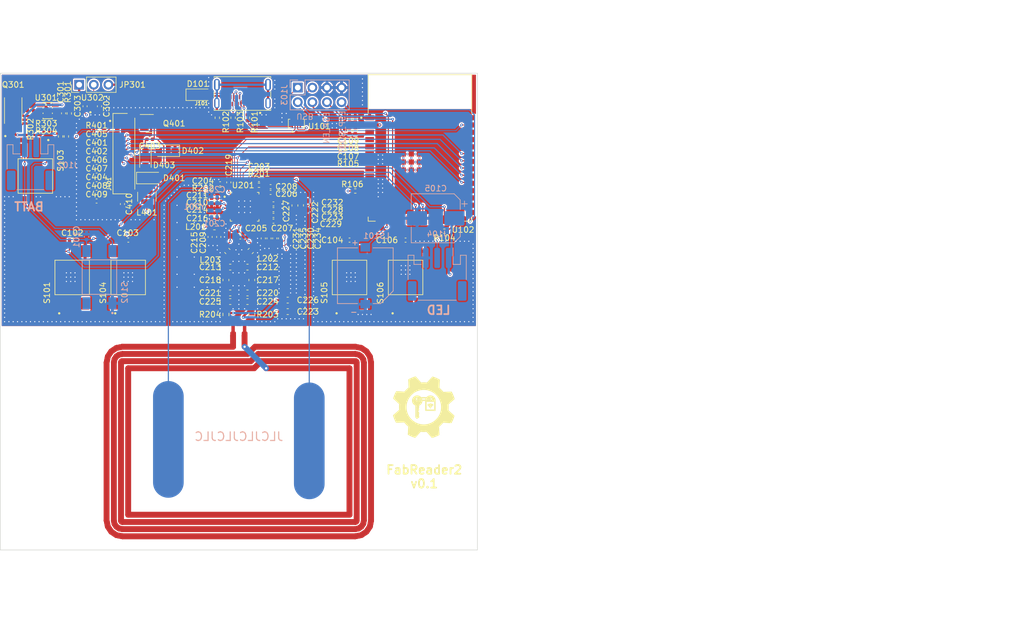
<source format=kicad_pcb>
(kicad_pcb (version 20211014) (generator pcbnew)

  (general
    (thickness 1.59)
  )

  (paper "A4")
  (layers
    (0 "F.Cu" signal)
    (1 "In1.Cu" power)
    (2 "In2.Cu" power)
    (31 "B.Cu" signal)
    (32 "B.Adhes" user "B.Adhesive")
    (33 "F.Adhes" user "F.Adhesive")
    (34 "B.Paste" user)
    (35 "F.Paste" user)
    (36 "B.SilkS" user "B.Silkscreen")
    (37 "F.SilkS" user "F.Silkscreen")
    (38 "B.Mask" user)
    (39 "F.Mask" user)
    (40 "Dwgs.User" user "User.Drawings")
    (41 "Cmts.User" user "User.Comments")
    (42 "Eco1.User" user "User.Eco1")
    (43 "Eco2.User" user "User.Eco2")
    (44 "Edge.Cuts" user)
    (45 "Margin" user)
    (46 "B.CrtYd" user "B.Courtyard")
    (47 "F.CrtYd" user "F.Courtyard")
    (48 "B.Fab" user)
    (49 "F.Fab" user)
    (50 "User.1" user)
    (51 "User.2" user)
    (52 "User.3" user)
    (53 "User.4" user)
    (54 "User.5" user)
    (55 "User.6" user)
    (56 "User.7" user)
    (57 "User.8" user)
    (58 "User.9" user)
  )

  (setup
    (stackup
      (layer "F.SilkS" (type "Top Silk Screen") (color "White"))
      (layer "F.Paste" (type "Top Solder Paste"))
      (layer "F.Mask" (type "Top Solder Mask") (color "Green") (thickness 0.01))
      (layer "F.Cu" (type "copper") (thickness 0.035))
      (layer "dielectric 1" (type "core") (thickness 0.2) (material "FR4") (epsilon_r 4.6) (loss_tangent 0.02))
      (layer "In1.Cu" (type "copper") (thickness 0.0175))
      (layer "dielectric 2" (type "prepreg") (thickness 1.065) (material "FR4") (epsilon_r 4.6) (loss_tangent 0.02))
      (layer "In2.Cu" (type "copper") (thickness 0.0175))
      (layer "dielectric 3" (type "core") (thickness 0.2) (material "FR4") (epsilon_r 4.6) (loss_tangent 0.02))
      (layer "B.Cu" (type "copper") (thickness 0.035))
      (layer "B.Mask" (type "Bottom Solder Mask") (color "Green") (thickness 0.01))
      (layer "B.Paste" (type "Bottom Solder Paste"))
      (layer "B.SilkS" (type "Bottom Silk Screen") (color "White"))
      (copper_finish "ENIG")
      (dielectric_constraints yes)
    )
    (pad_to_mask_clearance 0.05)
    (solder_mask_min_width 0.2)
    (pcbplotparams
      (layerselection 0x00010fc_ffffffff)
      (disableapertmacros false)
      (usegerberextensions true)
      (usegerberattributes true)
      (usegerberadvancedattributes true)
      (creategerberjobfile true)
      (svguseinch false)
      (svgprecision 6)
      (excludeedgelayer true)
      (plotframeref false)
      (viasonmask false)
      (mode 1)
      (useauxorigin false)
      (hpglpennumber 1)
      (hpglpenspeed 20)
      (hpglpendiameter 15.000000)
      (dxfpolygonmode true)
      (dxfimperialunits true)
      (dxfusepcbnewfont true)
      (psnegative false)
      (psa4output false)
      (plotreference true)
      (plotvalue false)
      (plotinvisibletext false)
      (sketchpadsonfab false)
      (subtractmaskfromsilk true)
      (outputformat 1)
      (mirror false)
      (drillshape 0)
      (scaleselection 1)
      (outputdirectory "out/")
    )
  )

  (net 0 "")
  (net 1 "Net-(AE202-Pad1)")
  (net 2 "Net-(AE202-Pad2)")
  (net 3 "GND")
  (net 4 "+3V3")
  (net 5 "Net-(C404-Pad2)")
  (net 6 "Net-(C405-Pad2)")
  (net 7 "Net-(C406-Pad2)")
  (net 8 "Net-(C407-Pad2)")
  (net 9 "Net-(C408-Pad2)")
  (net 10 "Net-(C409-Pad2)")
  (net 11 "+5V")
  (net 12 "USB_VBUS")
  (net 13 "MISO")
  (net 14 "MOSI")
  (net 15 "Net-(C209-Pad1)")
  (net 16 "Net-(C210-Pad1)")
  (net 17 "USB_D+")
  (net 18 "USB_D-")
  (net 19 "LED_DATA")
  (net 20 "+BATT")
  (net 21 "-BATT")
  (net 22 "SCLK")
  (net 23 "Net-(J401-Pad1)")
  (net 24 "unconnected-(J401-Pad6)")
  (net 25 "unconnected-(J401-Pad7)")
  (net 26 "DISP_BS")
  (net 27 "DISP_BUSY_N")
  (net 28 "DISP_RST")
  (net 29 "DISP_DC")
  (net 30 "DISP_SS_N")
  (net 31 "NFC_SS_N")
  (net 32 "NFC_IRQ")
  (net 33 "unconnected-(J401-Pad19)")
  (net 34 "BUZZER")
  (net 35 "unconnected-(Q301-Pad1)")
  (net 36 "Net-(Q301-Pad4)")
  (net 37 "Net-(Q301-Pad5)")
  (net 38 "unconnected-(S101-Pad2)")
  (net 39 "unconnected-(S101-Pad1)")
  (net 40 "SW1")
  (net 41 "unconnected-(S102-Pad2)")
  (net 42 "Net-(C410-Pad1)")
  (net 43 "SW5")
  (net 44 "unconnected-(J101-PadA2)")
  (net 45 "unconnected-(J101-PadA3)")
  (net 46 "unconnected-(S104-Pad2)")
  (net 47 "unconnected-(S104-Pad1)")
  (net 48 "SW2")
  (net 49 "unconnected-(S105-Pad2)")
  (net 50 "Net-(J101-PadA5)")
  (net 51 "SW3")
  (net 52 "unconnected-(J101-PadA8)")
  (net 53 "unconnected-(J101-PadA10)")
  (net 54 "SW4")
  (net 55 "ESP_EN")
  (net 56 "ESP_BOOT")
  (net 57 "unconnected-(J101-PadA11)")
  (net 58 "ESP_D-")
  (net 59 "ESP_D+")
  (net 60 "unconnected-(J101-PadB2)")
  (net 61 "SENSE_BAT")
  (net 62 "Net-(C212-Pad1)")
  (net 63 "/NFC/RFO1")
  (net 64 "/NFC/RFO2")
  (net 65 "/NFC/TRIM1_3")
  (net 66 "/NFC/TRIM2_3")
  (net 67 "/NFC/TRIM1_2")
  (net 68 "/NFC/TRIM2_2")
  (net 69 "Net-(R201-Pad2)")
  (net 70 "unconnected-(U201-Pad28)")
  (net 71 "Net-(R202-Pad2)")
  (net 72 "Net-(C213-Pad2)")
  (net 73 "Net-(C202-Pad2)")
  (net 74 "Net-(C201-Pad2)")
  (net 75 "/NFC/TRIM1_1")
  (net 76 "/NFC/TRIM2_1")
  (net 77 "/NFC/TRIM1_0")
  (net 78 "/NFC/TRIM2_0")
  (net 79 "/NFC/RFI1")
  (net 80 "/NFC/RFI2")
  (net 81 "Net-(C214-Pad1)")
  (net 82 "Net-(R302-Pad1)")
  (net 83 "unconnected-(U301-Pad4)")
  (net 84 "Net-(C301-Pad1)")
  (net 85 "Net-(AE201-Pad1)")
  (net 86 "Net-(AE201-Pad2)")
  (net 87 "Net-(C205-Pad1)")
  (net 88 "Net-(C206-Pad2)")
  (net 89 "TRIM1")
  (net 90 "TRIM2")
  (net 91 "Net-(C403-Pad1)")
  (net 92 "Net-(C403-Pad2)")
  (net 93 "unconnected-(J401-Pad4)")
  (net 94 "Net-(J401-Pad3)")
  (net 95 "unconnected-(J101-PadB3)")
  (net 96 "Net-(J101-PadB5)")
  (net 97 "unconnected-(J101-PadB8)")
  (net 98 "unconnected-(J101-PadB10)")
  (net 99 "unconnected-(J101-PadB11)")
  (net 100 "Net-(J101-PadS1)")
  (net 101 "Net-(J104-Pad2)")
  (net 102 "D+")
  (net 103 "D-")
  (net 104 "Net-(R106-Pad2)")
  (net 105 "Net-(S102-Pad3)")
  (net 106 "unconnected-(S103-Pad3)")
  (net 107 "unconnected-(S103-Pad4)")
  (net 108 "unconnected-(S105-Pad1)")
  (net 109 "unconnected-(S106-Pad1)")
  (net 110 "unconnected-(S106-Pad2)")
  (net 111 "unconnected-(U102-Pad9)")
  (net 112 "unconnected-(U102-Pad10)")
  (net 113 "unconnected-(U102-Pad12)")
  (net 114 "unconnected-(U102-Pad15)")
  (net 115 "unconnected-(U102-Pad17)")
  (net 116 "unconnected-(U102-Pad18)")
  (net 117 "unconnected-(U102-Pad19)")
  (net 118 "unconnected-(U102-Pad26)")
  (net 119 "unconnected-(U102-Pad28)")
  (net 120 "unconnected-(U102-Pad29)")
  (net 121 "unconnected-(U102-Pad30)")
  (net 122 "Net-(C302-Pad1)")
  (net 123 "unconnected-(U102-Pad38)")
  (net 124 "unconnected-(U101-Pad4)")
  (net 125 "unconnected-(U102-Pad36)")
  (net 126 "unconnected-(U102-Pad37)")

  (footprint "Capacitor_SMD:C_0402_1005Metric" (layer "F.Cu") (at 46.75 43.25))

  (footprint "Capacitor_SMD:C_0402_1005Metric" (layer "F.Cu") (at 77.52 52.75))

  (footprint "Resistor_SMD:R_0603_1608Metric" (layer "F.Cu") (at 73.75 69 -90))

  (footprint "Capacitor_SMD:C_0603_1608Metric" (layer "F.Cu") (at 73 66.75 180))

  (footprint "Capacitor_SMD:C_0402_1005Metric" (layer "F.Cu") (at 68 55.5 -90))

  (footprint "FH34SRJ-24S-0:HRS_FH34SRJ-24S-0.5SH(99)" (layer "F.Cu") (at 51.5 41 90))

  (footprint "FS8205A:SOP65P640X120-8N" (layer "F.Cu") (at 32.25 33.5 90))

  (footprint "Capacitor_SMD:C_0402_1005Metric" (layer "F.Cu") (at 71.75 55.5))

  (footprint "NCP167BMX330TBG:REG_NCP167BMX330TBG" (layer "F.Cu") (at 46 32.75 90))

  (footprint "Resistor_SMD:R_0402_1005Metric" (layer "F.Cu") (at 35.25 33.5 180))

  (footprint "Resistor_SMD:R_0402_1005Metric" (layer "F.Cu") (at 67.75 34.75 -90))

  (footprint "ST25R3911B-AQFT:QFN50P500X500X100-33N" (layer "F.Cu") (at 72.5 50.25))

  (footprint "Resistor_SMD:R_0402_1005Metric" (layer "F.Cu") (at 46.75 37.25))

  (footprint "Capacitor_SMD:C_0402_1005Metric" (layer "F.Cu") (at 75 45.5 180))

  (footprint "Capacitor_SMD:C_0402_1005Metric" (layer "F.Cu") (at 66.75 51.77 90))

  (footprint "Capacitor_SMD:C_0402_1005Metric" (layer "F.Cu") (at 77.02 46.75 180))

  (footprint "Capacitor_SMD:C_0402_1005Metric" (layer "F.Cu") (at 66.75 49.25 -90))

  (footprint "Capacitor_SMD:C_0402_1005Metric" (layer "F.Cu") (at 56 38.5 180))

  (footprint "Diode_SMD:D_SOD-123F" (layer "F.Cu") (at 59 40.5 180))

  (footprint "Diode_SMD:D_SOD-123F" (layer "F.Cu") (at 55.9 45.25))

  (footprint "Antenna:Antenna_NFC" (layer "F.Cu") (at 71 91 -90))

  (footprint "Capacitor_SMD:C_0402_1005Metric" (layer "F.Cu") (at 75.75 55.75 -90))

  (footprint "Resistor_SMD:R_0402_1005Metric" (layer "F.Cu") (at 75 46.5 180))

  (footprint "Resistor_SMD:R_0402_1005Metric" (layer "F.Cu") (at 91.75 37 90))

  (footprint "Capacitor_SMD:C_0402_1005Metric" (layer "F.Cu") (at 90.75 56.05 180))

  (footprint "Capacitor_SMD:C_0402_1005Metric" (layer "F.Cu") (at 90.75 37 -90))

  (footprint "Capacitor_SMD:C_0603_1608Metric" (layer "F.Cu") (at 73.75 63 -90))

  (footprint "Capacitor_SMD:C_0402_1005Metric" (layer "F.Cu") (at 78.75 55.75 -90))

  (footprint "Capacitor_SMD:C_0402_1005Metric" (layer "F.Cu") (at 41.01 33.98 -90))

  (footprint "Capacitor_SMD:C_0402_1005Metric" (layer "F.Cu") (at 76.75 55.75 -90))

  (footprint "Connector_PinHeader_2.54mm:PinHeader_1x03_P2.54mm_Vertical" (layer "F.Cu") (at 43.725 29 90))

  (footprint "Capacitor_SMD:C_0402_1005Metric" (layer "F.Cu") (at 100.5 56.05 180))

  (footprint "Capacitor_SMD:C_0402_1005Metric" (layer "F.Cu") (at 42.52 56.05 180))

  (footprint "Resistor_SMD:R_0402_1005Metric" (layer "F.Cu") (at 68.26 47.245))

  (footprint "Inductor_SMD:L_0603_1608Metric" (layer "F.Cu") (at 73.556847 57.943153 -135))

  (footprint "Resistor_SMD:R_0402_1005Metric" (layer "F.Cu") (at 91.75 47.5))

  (footprint "TS04-66-95-BK-260-SMT:SW_TS04-66-95-BK-260-SMT" (layer "F.Cu") (at 36.1 44.8875 -90))

  (footprint "Resistor_SMD:R_0402_1005Metric" (layer "F.Cu") (at 41.5 38 90))

  (footprint "ESP32-S3-WROOM-1-N16R2:XCVR_ESP32-S3-WROOM-1-N16R2" (layer "F.Cu") (at 103 40))

  (footprint "Capacitor_SMD:C_0603_1608Metric" (layer "F.Cu") (at 70 60.75 180))

  (footprint "Capacitor_SMD:C_0402_1005Metric" (layer "F.Cu") (at 91.75 35 90))

  (footprint "TS04-66-95-BK-260-SMT:SW_TS04-66-95-BK-260-SMT" (layer "F.Cu")
    (tedit 6269D6C4) (tstamp 7a72b388-eff4-4f46-8adf-29b013c7e6a5)
    (at 52.25 62.55 90)
    (property "MANUFACTURER" "CUI Devices")
    (property "MPN" "TS04-66-95-BK-260-SMT")
    (property "PARTREV" "1.0")
    (property "STANDARD" "Manufacturer Recommendations")
    (property "Sheetfile" "FabReader2.kicad_sch")
    (property "Sheetname" "")
    (path "/7ffee4a0-56be-409a-8e02-0ce34a6d1064")
    (attr through_hole)
    (fp_text reference "S104" (at -2.675 -4.385 90) (layer "F.SilkS")
      (effects (font (size 1 1) (thickness 0.15)))
      (tstamp 65719625-2743-4c90-b51c-17da9c6c2922)
    )
    (fp_text value "TS04-66-95-BK-260-SMT" (at 9.39 4.385 90) (layer "F.Fab")
      (effects (font (size 1 1) (thickness 0.15)))
      (tstamp 3e19d696-bfa4-477f-b131-d4ce391a00a9)
    )
    (fp_line (start -3 3) (end 3 3) (layer "F.SilkS") (width 0.127) (tstamp 0e8b42a5-7ba4-476d-b308-15a89fda6b17))
    (fp_line (start -3 -3) (end -3 3) (layer "F.SilkS") (width 0.127) (tstamp 67bb0e75-f26f-45ff-8769-cc9c78548d27))
    (fp_line (start 3 3) (end 3 -3) (layer "F.SilkS") (width 0.127) (tstamp 8a4f3c1c-e2f0-4363-a4
... [2151703 chars truncated]
</source>
